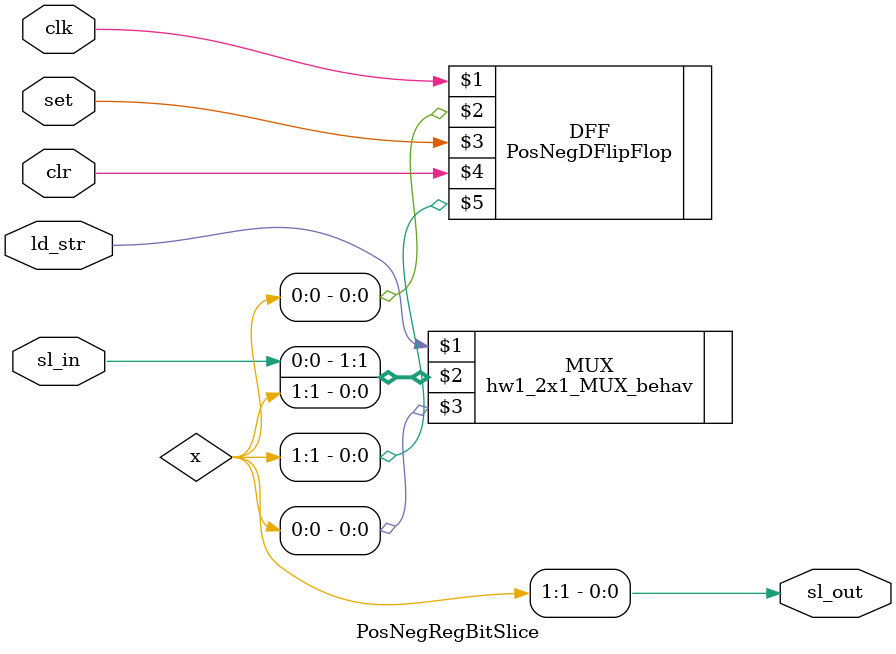
<source format=v>
`timescale 1ns / 1ps
module PosNegRegBitSlice(clr, set, clk, ld_str, sl_in, sl_out);
	input clr, set, clk, sl_in, ld_str;
	output sl_out;
	
	wire [1:0] x;
	
	assign sl_out = x[1];
	
	hw1_2x1_MUX_behav MUX (ld_str, {sl_in,x[1]}, x[0]);
	PosNegDFlipFlop DFF (clk, x[0], set, clr, x[1]);
	

endmodule 
</source>
